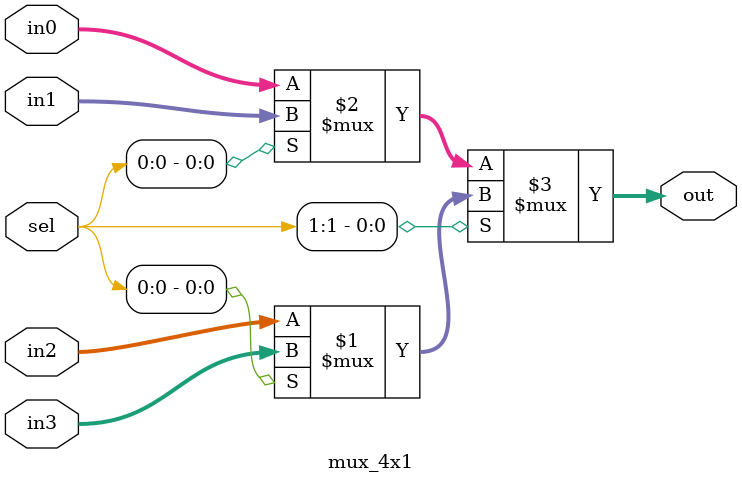
<source format=v>
module mux_4x1(	// file.cleaned.mlir:2:3
  input  [1:0] sel,	// file.cleaned.mlir:2:25
  input  [7:0] in0,	// file.cleaned.mlir:2:39
               in1,	// file.cleaned.mlir:2:53
               in2,	// file.cleaned.mlir:2:67
               in3,	// file.cleaned.mlir:2:81
  output [7:0] out	// file.cleaned.mlir:2:96
);

  assign out = sel[1] ? (sel[0] ? in3 : in2) : sel[0] ? in1 : in0;	// file.cleaned.mlir:3:10, :4:10, :5:10, :6:10, :7:10, :8:5
endmodule


</source>
